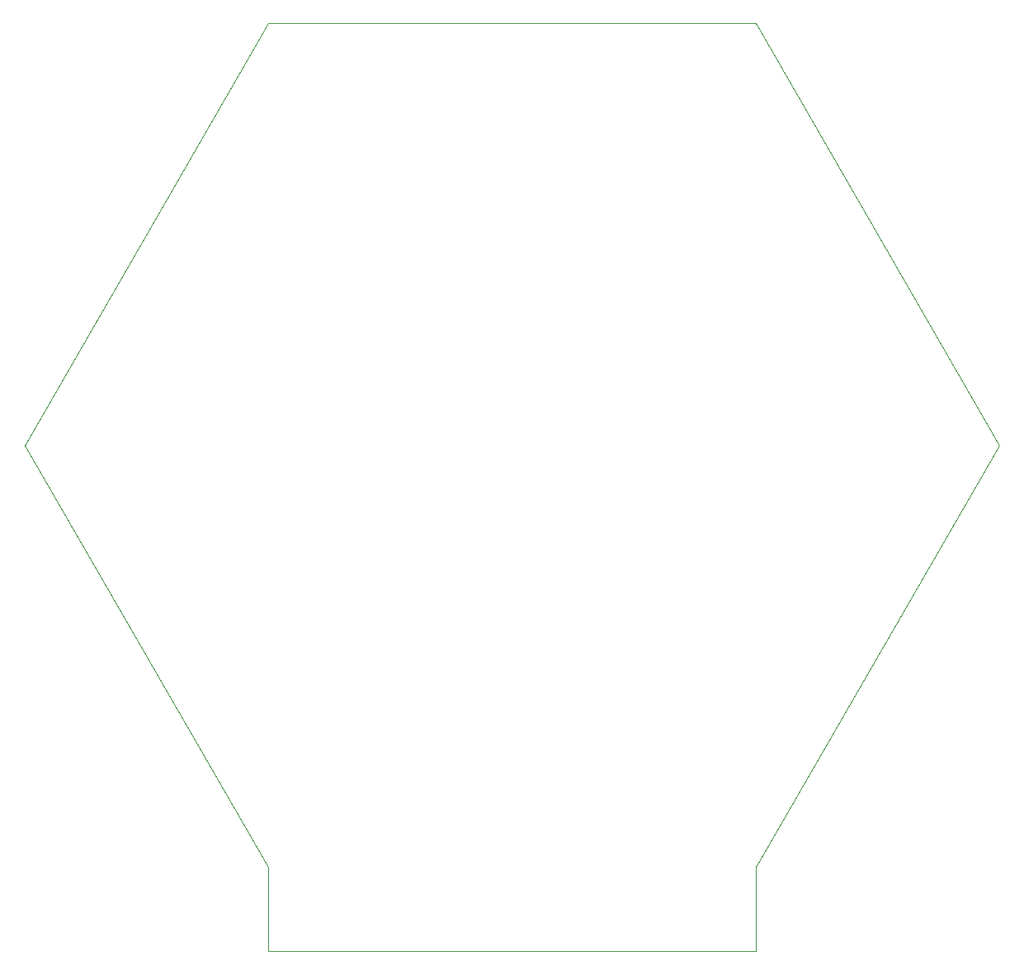
<source format=gm1>
G04 #@! TF.FileFunction,Profile,NP*
%FSLAX46Y46*%
G04 Gerber Fmt 4.6, Leading zero omitted, Abs format (unit mm)*
G04 Created by KiCad (PCBNEW 4.0.2+dfsg1-stable) date Mon 15 Oct 2018 12:38:46 AM EDT*
%MOMM*%
G01*
G04 APERTURE LIST*
%ADD10C,0.100000*%
G04 APERTURE END LIST*
D10*
X51200000Y-128161524D02*
X101200000Y-128161524D01*
X51200000Y-119501270D02*
X51200000Y-128161524D01*
X26200000Y-76200000D02*
X51200000Y-119501270D01*
X51200000Y-32898730D02*
X26200000Y-76200000D01*
X101200000Y-32898730D02*
X51200000Y-32898730D01*
X126200000Y-76200000D02*
X101200000Y-32898730D01*
X101200000Y-119501270D02*
X126200000Y-76200000D01*
X101200000Y-128161524D02*
X101200000Y-119501270D01*
M02*

</source>
